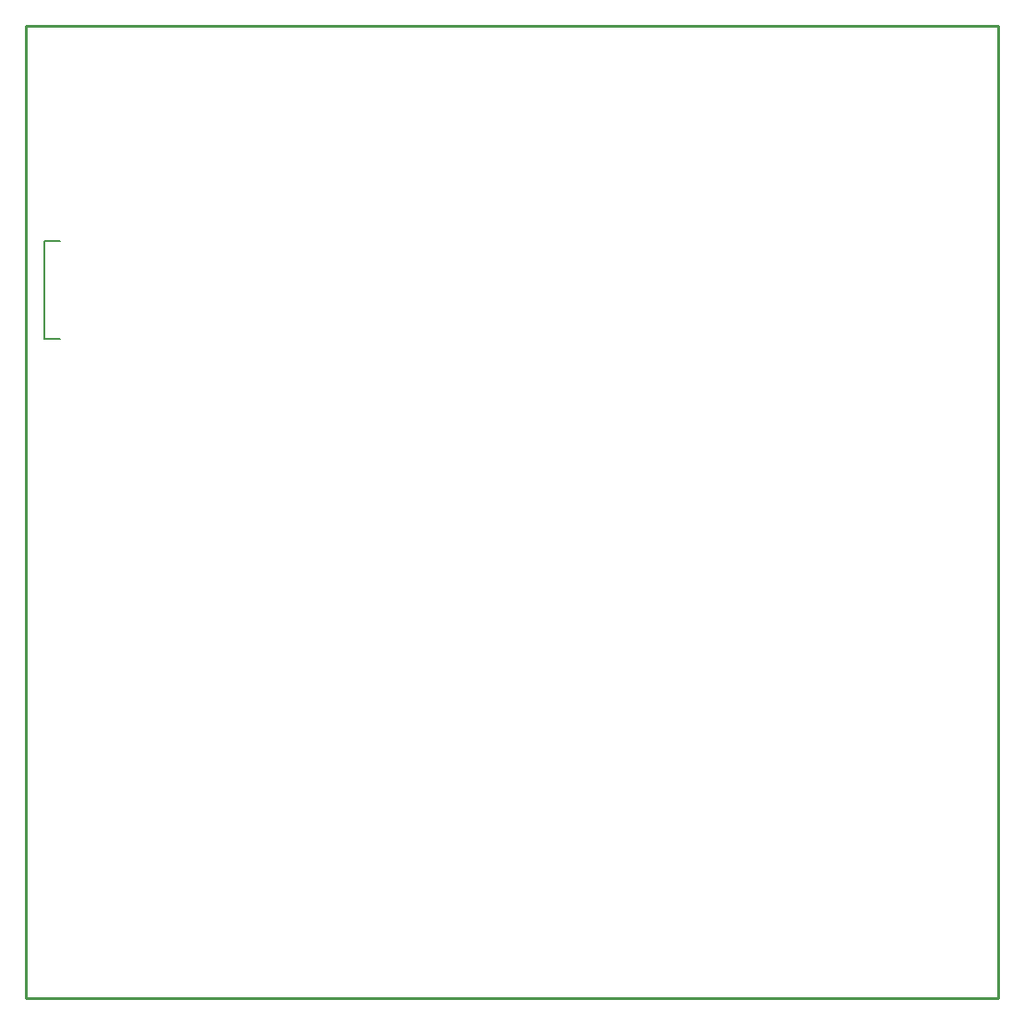
<source format=gbp>
G04 Layer_Color=128*
%FSLAX25Y25*%
%MOIN*%
G70*
G01*
G75*
%ADD44C,0.01000*%
%ADD47C,0.00800*%
D44*
X450500Y400D02*
Y351500D01*
X99500Y400D02*
X450500D01*
X99500Y351500D02*
X450500D01*
X99500Y400D02*
Y351500D01*
D47*
X106115Y238283D02*
X112020D01*
X106115Y273717D02*
X112020D01*
X106115Y238283D02*
Y273717D01*
M02*

</source>
